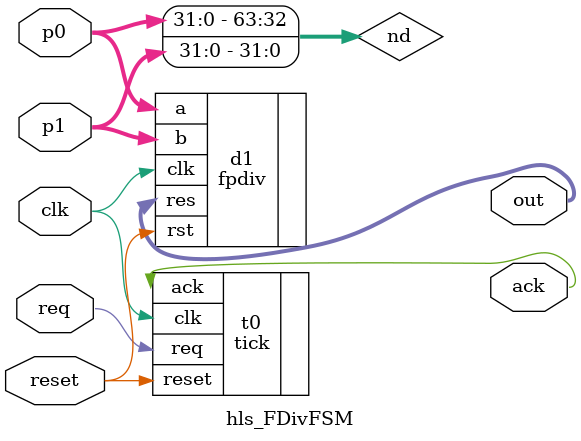
<source format=v>

module hls_FDivFSM(input clk,
                   input         reset,
                   input         req,
                   output        ack,
                  
                   input [31:0]  p0,
                   input [31:0]  p1,
                   output [31:0] out);

   wire [63:0]                   nd;
   assign nd = {p0, p1};

   fpdiv d1(.clk(clk),
            .rst(reset),
            .a(p0),
            .b(p1),
            .res(out));


   tick #(.count(8)) t0 (.clk(clk), .reset(reset), .req(req), .ack(ack));
endmodule // hls_FDivFSM


</source>
